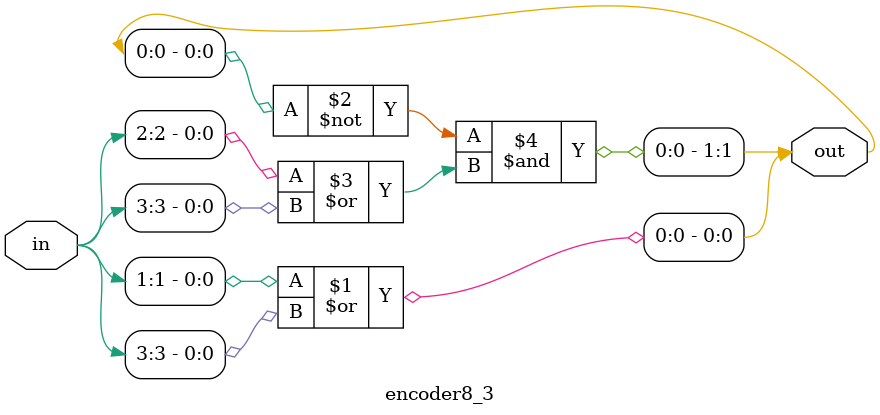
<source format=v>
module encoder8_3(in, out);
	input [3:0] in;
	output [1:0] out;

	assign out[0] = in[1] | in[3];
	assign out[1] = (~out[0]) & (in[2] | in[3]);

endmodule

</source>
